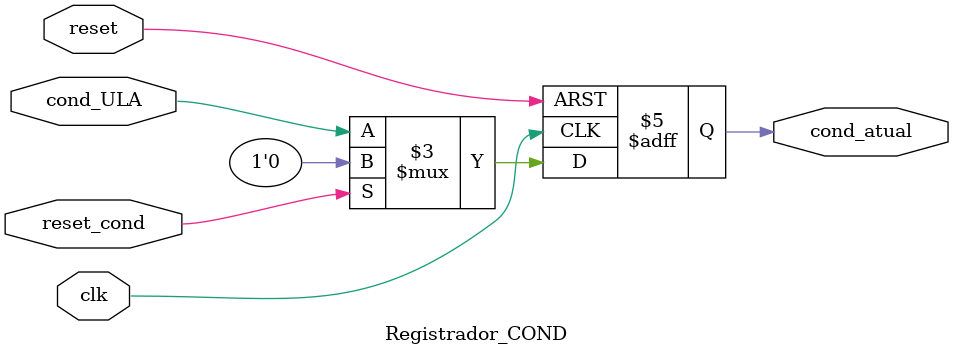
<source format=v>
module Registrador_COND (
    input  wire clk,
	 input  wire reset,
    input  wire cond_ULA,     	// Valor de COND da ULA (Zero ou Slt)
    input  wire reset_cond,   	// Sinal de controle para limpar COND (Ex: após um BEQ)
    output reg  cond_atual    	// Valor atual de COND
);

    // Lista de Sensibilidade: reage à borda de subida do CLK ou do RESET
    always @(posedge clk or posedge reset) begin 
        
        // 1. Reset Assíncrono (do sistema) - Prioridade máxima
        if (reset)
            cond_atual <= 1'b0; 
        
        // 2. Lógica Síncrona (na borda de CLK)
        else begin
            // 2a. Reset Síncrono (limpa a flag se reset_cond for 1)
            if (reset_cond)
                cond_atual <= 1'b0;
            
            // 2b. Senão, carrega o novo valor da ULA
            else
                cond_atual <= cond_ULA; 
        end
    end
endmodule
</source>
